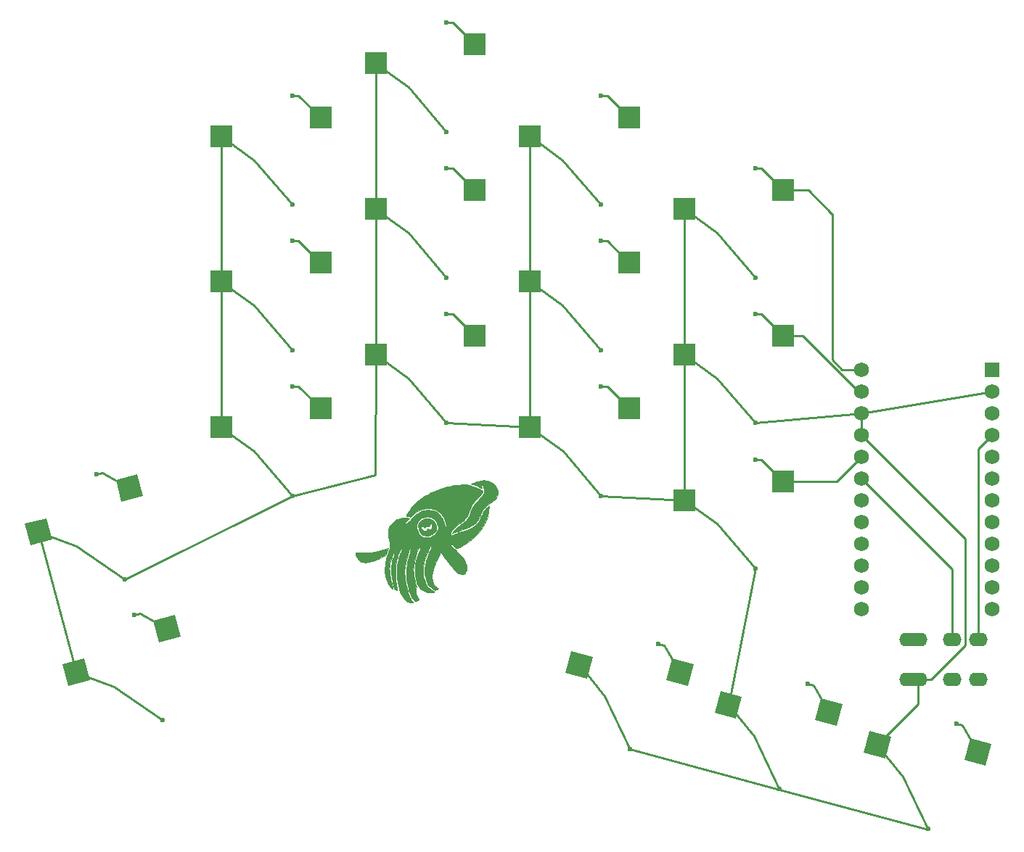
<source format=gbr>
%TF.GenerationSoftware,KiCad,Pcbnew,(5.1.9)-1*%
%TF.CreationDate,2021-04-26T15:19:46+02:00*%
%TF.ProjectId,sepia,73657069-612e-46b6-9963-61645f706362,VERSION_HERE*%
%TF.SameCoordinates,Original*%
%TF.FileFunction,Copper,L1,Top*%
%TF.FilePolarity,Positive*%
%FSLAX46Y46*%
G04 Gerber Fmt 4.6, Leading zero omitted, Abs format (unit mm)*
G04 Created by KiCad (PCBNEW (5.1.9)-1) date 2021-04-26 15:19:46*
%MOMM*%
%LPD*%
G01*
G04 APERTURE LIST*
%TA.AperFunction,EtchedComponent*%
%ADD10C,0.010000*%
%TD*%
%TA.AperFunction,ComponentPad*%
%ADD11O,2.200000X1.600000*%
%TD*%
%TA.AperFunction,ComponentPad*%
%ADD12R,1.752600X1.752600*%
%TD*%
%TA.AperFunction,ComponentPad*%
%ADD13C,1.752600*%
%TD*%
%TA.AperFunction,SMDPad,CuDef*%
%ADD14C,0.150000*%
%TD*%
%TA.AperFunction,ComponentPad*%
%ADD15C,0.600000*%
%TD*%
%TA.AperFunction,SMDPad,CuDef*%
%ADD16R,2.600000X2.600000*%
%TD*%
%TA.AperFunction,Conductor*%
%ADD17C,0.250000*%
%TD*%
G04 APERTURE END LIST*
D10*
%TO.C,G\u002A\u002A\u002A*%
G36*
X80876474Y-78585028D02*
G01*
X81154601Y-78520440D01*
X81425493Y-78465153D01*
X81674687Y-78422588D01*
X81829667Y-78402054D01*
X82005642Y-78384637D01*
X82201633Y-78368996D01*
X82406869Y-78355648D01*
X82610579Y-78345112D01*
X82801992Y-78337905D01*
X82970337Y-78334543D01*
X83104843Y-78335544D01*
X83160521Y-78338144D01*
X83313518Y-78358923D01*
X83500859Y-78400389D01*
X83712290Y-78458913D01*
X83937555Y-78530865D01*
X84166395Y-78612616D01*
X84388557Y-78700536D01*
X84593782Y-78790995D01*
X84771815Y-78880366D01*
X84890267Y-78950257D01*
X84967357Y-79002180D01*
X85010292Y-79039373D01*
X85028215Y-79073671D01*
X85030268Y-79116910D01*
X85029386Y-79130344D01*
X85009068Y-79218721D01*
X84958590Y-79322897D01*
X84875609Y-79446179D01*
X84757784Y-79591872D01*
X84602773Y-79763282D01*
X84518851Y-79851146D01*
X84334222Y-80043019D01*
X84181032Y-80206206D01*
X84054498Y-80347640D01*
X83949837Y-80474254D01*
X83862264Y-80592980D01*
X83786999Y-80710752D01*
X83719258Y-80834503D01*
X83654259Y-80971163D01*
X83587218Y-81127669D01*
X83515522Y-81305477D01*
X83456650Y-81453755D01*
X83399151Y-81598308D01*
X83347793Y-81727164D01*
X83307347Y-81828347D01*
X83289535Y-81872698D01*
X83240149Y-81985073D01*
X83184500Y-82088219D01*
X83117893Y-82187084D01*
X83035630Y-82286617D01*
X82933018Y-82391768D01*
X82805358Y-82507484D01*
X82647958Y-82638712D01*
X82456121Y-82790402D01*
X82317148Y-82897417D01*
X82078191Y-83083668D01*
X81878921Y-83247336D01*
X81715615Y-83392222D01*
X81584546Y-83522124D01*
X81481992Y-83640843D01*
X81404230Y-83752180D01*
X81347531Y-83859933D01*
X81328798Y-83905851D01*
X81291572Y-84020356D01*
X81280703Y-84102114D01*
X81296299Y-84161871D01*
X81331792Y-84204605D01*
X81370550Y-84231627D01*
X81414952Y-84239063D01*
X81481971Y-84227906D01*
X81527696Y-84216094D01*
X81616322Y-84187894D01*
X81730804Y-84145759D01*
X81850972Y-84097247D01*
X81891572Y-84079751D01*
X81981753Y-84042690D01*
X82109751Y-83993657D01*
X82265097Y-83936479D01*
X82437329Y-83874980D01*
X82615976Y-83812984D01*
X82693921Y-83786533D01*
X82973683Y-83690690D01*
X83211016Y-83605256D01*
X83412444Y-83527068D01*
X83584495Y-83452967D01*
X83733691Y-83379789D01*
X83866559Y-83304372D01*
X83989624Y-83223555D01*
X84109410Y-83134177D01*
X84210635Y-83051545D01*
X84363567Y-82914161D01*
X84492408Y-82777078D01*
X84604079Y-82630168D01*
X84705501Y-82463301D01*
X84803596Y-82266349D01*
X84899417Y-82043605D01*
X85027340Y-81746714D01*
X85148577Y-81499395D01*
X85262989Y-81301907D01*
X85351738Y-81177186D01*
X85399897Y-81124441D01*
X85467887Y-81059059D01*
X85546105Y-80989149D01*
X85624948Y-80922818D01*
X85694813Y-80868173D01*
X85746097Y-80833320D01*
X85768320Y-80825508D01*
X85772954Y-80854208D01*
X85770170Y-80924761D01*
X85761084Y-81028945D01*
X85746808Y-81158533D01*
X85728460Y-81305303D01*
X85707153Y-81461029D01*
X85684002Y-81617488D01*
X85660121Y-81766455D01*
X85636625Y-81899705D01*
X85614631Y-82009016D01*
X85599418Y-82071692D01*
X85538574Y-82257743D01*
X85452475Y-82471975D01*
X85347172Y-82702564D01*
X85228717Y-82937687D01*
X85103163Y-83165519D01*
X84976563Y-83374237D01*
X84854968Y-83552015D01*
X84814652Y-83604817D01*
X84602366Y-83857652D01*
X84359707Y-84119903D01*
X84096353Y-84382566D01*
X83821981Y-84636636D01*
X83546265Y-84873108D01*
X83278885Y-85082977D01*
X83061517Y-85236290D01*
X82980151Y-85287188D01*
X82870770Y-85351434D01*
X82741969Y-85424409D01*
X82602340Y-85501492D01*
X82460477Y-85578065D01*
X82324977Y-85649510D01*
X82204430Y-85711207D01*
X82107433Y-85758536D01*
X82042579Y-85786878D01*
X82028112Y-85791721D01*
X81997810Y-85778821D01*
X81938133Y-85737063D01*
X81856742Y-85672352D01*
X81761304Y-85590599D01*
X81724350Y-85557561D01*
X81613834Y-85459179D01*
X81533012Y-85391694D01*
X81475237Y-85350513D01*
X81433859Y-85331045D01*
X81402225Y-85328693D01*
X81395184Y-85330209D01*
X81347348Y-85357740D01*
X81330869Y-85387725D01*
X81347663Y-85418226D01*
X81398894Y-85479614D01*
X81481440Y-85568569D01*
X81592180Y-85681773D01*
X81727994Y-85815906D01*
X81790079Y-85876062D01*
X82076730Y-86159276D01*
X82328008Y-86421960D01*
X82542284Y-86662271D01*
X82717931Y-86878369D01*
X82853321Y-87068413D01*
X82875353Y-87103020D01*
X82928647Y-87191722D01*
X82970223Y-87270916D01*
X83005335Y-87353718D01*
X83039235Y-87453240D01*
X83077180Y-87582596D01*
X83098903Y-87661076D01*
X83137834Y-87806410D01*
X83163964Y-87914770D01*
X83179079Y-87997840D01*
X83184969Y-88067306D01*
X83183421Y-88134853D01*
X83179083Y-88185130D01*
X83152335Y-88324615D01*
X83103931Y-88464563D01*
X83041015Y-88588276D01*
X82970733Y-88679057D01*
X82965727Y-88683742D01*
X82881246Y-88736136D01*
X82766402Y-88775949D01*
X82641010Y-88798539D01*
X82524882Y-88799265D01*
X82493771Y-88794305D01*
X82368557Y-88757142D01*
X82239332Y-88696989D01*
X82103909Y-88611617D01*
X81960102Y-88498800D01*
X81805726Y-88356313D01*
X81638593Y-88181928D01*
X81456516Y-87973419D01*
X81257313Y-87728560D01*
X81038794Y-87445124D01*
X80798774Y-87120885D01*
X80654483Y-86921113D01*
X80523103Y-86738176D01*
X80417713Y-86592603D01*
X80334922Y-86480311D01*
X80271340Y-86397222D01*
X80223573Y-86339255D01*
X80188234Y-86302334D01*
X80161930Y-86282376D01*
X80141270Y-86275302D01*
X80122863Y-86277033D01*
X80119816Y-86277880D01*
X80094190Y-86305243D01*
X80052037Y-86373643D01*
X79996076Y-86477102D01*
X79929019Y-86609641D01*
X79853584Y-86765281D01*
X79772485Y-86938047D01*
X79688440Y-87121957D01*
X79604163Y-87311035D01*
X79522370Y-87499303D01*
X79445776Y-87680782D01*
X79377099Y-87849493D01*
X79319052Y-87999461D01*
X79274352Y-88124704D01*
X79258642Y-88173604D01*
X79166427Y-88548439D01*
X79122864Y-88910514D01*
X79127886Y-89261455D01*
X79181428Y-89602887D01*
X79196972Y-89666400D01*
X79237027Y-89812759D01*
X79275144Y-89921047D01*
X79319723Y-90002934D01*
X79379161Y-90070085D01*
X79461858Y-90134168D01*
X79576211Y-90206851D01*
X79593613Y-90217402D01*
X79720900Y-90303346D01*
X79799196Y-90378647D01*
X79828775Y-90445043D01*
X79809917Y-90504267D01*
X79742897Y-90558056D01*
X79654415Y-90598483D01*
X79511240Y-90652977D01*
X79189018Y-90460744D01*
X79028587Y-90361155D01*
X78897099Y-90268119D01*
X78789548Y-90174205D01*
X78700927Y-90071986D01*
X78626230Y-89954034D01*
X78560449Y-89812920D01*
X78498579Y-89641214D01*
X78435613Y-89431491D01*
X78394617Y-89282047D01*
X78330331Y-89021251D01*
X78286920Y-88787944D01*
X78264190Y-88569530D01*
X78261952Y-88353410D01*
X78280012Y-88126989D01*
X78318181Y-87877669D01*
X78369427Y-87623933D01*
X78415609Y-87425569D01*
X78467266Y-87231144D01*
X78527321Y-87031767D01*
X78598690Y-86818544D01*
X78684295Y-86582585D01*
X78787056Y-86314999D01*
X78858368Y-86135052D01*
X78931638Y-85948969D01*
X78985592Y-85804853D01*
X79021643Y-85698296D01*
X79041207Y-85624885D01*
X79045699Y-85580211D01*
X79041350Y-85564714D01*
X78998996Y-85532073D01*
X78947766Y-85545244D01*
X78892885Y-85601238D01*
X78850227Y-85674107D01*
X78821100Y-85738073D01*
X78777490Y-85839074D01*
X78723680Y-85966938D01*
X78663955Y-86111493D01*
X78607610Y-86250131D01*
X78430794Y-86717649D01*
X78290556Y-87154327D01*
X78186598Y-87564267D01*
X78118622Y-87951570D01*
X78086332Y-88320342D01*
X78089429Y-88674683D01*
X78127620Y-89018696D01*
X78200604Y-89356484D01*
X78308087Y-89692149D01*
X78350552Y-89801851D01*
X78452361Y-90018720D01*
X78573201Y-90204159D01*
X78720865Y-90366656D01*
X78903147Y-90514700D01*
X79127841Y-90656775D01*
X79143983Y-90665939D01*
X79252077Y-90730122D01*
X79320220Y-90780262D01*
X79354769Y-90823198D01*
X79362082Y-90865771D01*
X79356021Y-90894049D01*
X79323655Y-90919121D01*
X79250362Y-90938196D01*
X79145758Y-90950445D01*
X79019456Y-90955031D01*
X78881064Y-90951122D01*
X78787032Y-90943404D01*
X78660972Y-90924336D01*
X78533054Y-90891811D01*
X78393170Y-90842237D01*
X78231210Y-90772026D01*
X78037062Y-90677585D01*
X78033442Y-90675759D01*
X77917548Y-90613547D01*
X77829127Y-90554412D01*
X77750197Y-90484153D01*
X77662777Y-90388574D01*
X77648044Y-90371438D01*
X77565933Y-90272075D01*
X77508782Y-90191332D01*
X77466200Y-90111345D01*
X77427795Y-90014251D01*
X77409469Y-89961288D01*
X77362331Y-89806161D01*
X77313455Y-89618000D01*
X77265512Y-89409923D01*
X77221178Y-89195049D01*
X77183124Y-88986497D01*
X77154024Y-88797386D01*
X77136552Y-88640833D01*
X77134530Y-88612014D01*
X77131275Y-88167272D01*
X77173163Y-87706542D01*
X77259149Y-87234989D01*
X77388189Y-86757779D01*
X77559237Y-86280074D01*
X77649173Y-86067365D01*
X77714669Y-85912249D01*
X77755320Y-85796925D01*
X77771906Y-85717325D01*
X77765211Y-85669377D01*
X77736015Y-85649014D01*
X77729726Y-85648086D01*
X77677829Y-85659861D01*
X77624539Y-85708938D01*
X77565880Y-85799858D01*
X77522372Y-85884828D01*
X77364780Y-86238990D01*
X77236759Y-86588527D01*
X77132426Y-86951469D01*
X77046312Y-87343676D01*
X76988521Y-87688814D01*
X76953130Y-88012438D01*
X76940663Y-88324695D01*
X76951645Y-88635735D01*
X76986600Y-88955700D01*
X77046054Y-89294739D01*
X77130533Y-89662997D01*
X77175166Y-89834661D01*
X77292144Y-90271310D01*
X77242375Y-90474550D01*
X77207082Y-90705451D01*
X77209885Y-90856736D01*
X77219178Y-90936151D01*
X77232745Y-91004095D01*
X77254995Y-91073188D01*
X77290341Y-91156043D01*
X77343194Y-91265277D01*
X77374616Y-91327888D01*
X77445436Y-91470004D01*
X77494996Y-91575434D01*
X77525953Y-91652305D01*
X77540970Y-91708743D01*
X77542707Y-91752877D01*
X77533824Y-91792836D01*
X77530210Y-91803249D01*
X77508484Y-91843296D01*
X77469684Y-91870793D01*
X77399640Y-91894366D01*
X77366290Y-91902993D01*
X77250689Y-91929173D01*
X77168565Y-91936270D01*
X77104758Y-91919863D01*
X77044105Y-91875532D01*
X76971449Y-91798857D01*
X76958369Y-91784056D01*
X76837718Y-91628566D01*
X76727119Y-91445868D01*
X76624266Y-91230822D01*
X76526858Y-90978285D01*
X76432593Y-90683117D01*
X76377698Y-90487562D01*
X76281594Y-90107428D01*
X76205901Y-89752475D01*
X76150810Y-89415695D01*
X76116517Y-89090081D01*
X76103212Y-88768623D01*
X76111091Y-88444313D01*
X76140347Y-88110143D01*
X76191173Y-87759105D01*
X76263762Y-87384189D01*
X76358308Y-86978389D01*
X76475005Y-86534696D01*
X76488091Y-86487284D01*
X76534550Y-86314711D01*
X76573590Y-86159999D01*
X76603673Y-86029984D01*
X76623262Y-85931512D01*
X76630820Y-85871422D01*
X76629533Y-85857725D01*
X76592860Y-85821882D01*
X76540894Y-85821865D01*
X76491819Y-85855290D01*
X76476949Y-85877729D01*
X76453840Y-85935635D01*
X76421143Y-86035315D01*
X76380910Y-86169092D01*
X76335191Y-86329288D01*
X76286035Y-86508229D01*
X76235493Y-86698238D01*
X76185616Y-86891640D01*
X76138453Y-87080756D01*
X76096054Y-87257914D01*
X76060469Y-87415433D01*
X76039772Y-87514623D01*
X75970433Y-87921025D01*
X75929615Y-88306719D01*
X75916742Y-88687970D01*
X75931230Y-89081043D01*
X75969700Y-89479305D01*
X75988080Y-89591931D01*
X76021289Y-89750391D01*
X76068722Y-89952117D01*
X76129775Y-90194543D01*
X76203845Y-90475102D01*
X76205464Y-90481120D01*
X76277634Y-90744885D01*
X76341105Y-90965587D01*
X76398481Y-91149688D01*
X76452364Y-91303650D01*
X76505357Y-91433937D01*
X76560063Y-91547013D01*
X76619085Y-91649338D01*
X76685024Y-91747379D01*
X76750787Y-91835169D01*
X76824689Y-91933950D01*
X76866646Y-92002226D01*
X76878636Y-92047312D01*
X76862635Y-92076521D01*
X76821494Y-92096860D01*
X76755975Y-92108107D01*
X76664565Y-92110163D01*
X76600387Y-92105852D01*
X76436689Y-92065599D01*
X76264451Y-91982075D01*
X76091538Y-91860089D01*
X75925816Y-91704446D01*
X75903152Y-91679705D01*
X75789791Y-91548398D01*
X75693296Y-91423020D01*
X75610070Y-91295941D01*
X75536518Y-91159532D01*
X75469048Y-91006164D01*
X75404064Y-90828207D01*
X75337970Y-90618030D01*
X75267172Y-90368006D01*
X75242992Y-90278542D01*
X75178063Y-90029114D01*
X75127453Y-89815004D01*
X75089287Y-89623374D01*
X75061695Y-89441393D01*
X75042803Y-89256224D01*
X75030737Y-89055034D01*
X75023626Y-88824988D01*
X75022509Y-88767441D01*
X75025935Y-88306515D01*
X75054826Y-87879402D01*
X75111355Y-87474769D01*
X75197700Y-87081281D01*
X75316036Y-86687604D01*
X75468537Y-86282404D01*
X75525444Y-86147214D01*
X75578227Y-86019832D01*
X75609814Y-85930032D01*
X75622299Y-85870244D01*
X75617768Y-85832901D01*
X75614158Y-85826084D01*
X75576463Y-85795471D01*
X75521220Y-85804745D01*
X75478246Y-85843034D01*
X75425391Y-85924077D01*
X75365113Y-86041348D01*
X75299870Y-86188323D01*
X75232119Y-86358474D01*
X75164320Y-86545278D01*
X75098929Y-86742207D01*
X75038405Y-86942739D01*
X74985206Y-87140347D01*
X74941790Y-87328506D01*
X74935390Y-87359931D01*
X74874828Y-87748848D01*
X74840025Y-88168843D01*
X74830694Y-88607376D01*
X74846544Y-89051910D01*
X74887285Y-89489910D01*
X74952629Y-89908839D01*
X74999330Y-90128188D01*
X75036293Y-90286507D01*
X75062103Y-90403029D01*
X75077720Y-90485291D01*
X75084097Y-90540833D01*
X75082195Y-90577193D01*
X75072971Y-90601910D01*
X75061497Y-90617728D01*
X75022291Y-90657173D01*
X74985726Y-90667950D01*
X74940022Y-90647698D01*
X74873403Y-90594056D01*
X74852978Y-90575937D01*
X74736703Y-90471938D01*
X74569325Y-89738627D01*
X74524739Y-89540381D01*
X74482490Y-89347048D01*
X74444385Y-89167335D01*
X74412235Y-89009945D01*
X74387851Y-88883585D01*
X74373042Y-88796960D01*
X74372019Y-88789821D01*
X74347907Y-88564846D01*
X74339660Y-88341996D01*
X74348199Y-88113828D01*
X74374449Y-87872903D01*
X74419332Y-87611778D01*
X74483771Y-87323012D01*
X74568689Y-86999164D01*
X74613896Y-86839774D01*
X74664803Y-86661779D01*
X74701883Y-86526095D01*
X74726257Y-86426485D01*
X74739048Y-86356709D01*
X74741374Y-86310529D01*
X74734358Y-86281705D01*
X74719119Y-86263999D01*
X74717544Y-86262852D01*
X74682870Y-86244802D01*
X74650771Y-86245081D01*
X74619446Y-86267645D01*
X74587102Y-86316451D01*
X74551940Y-86395455D01*
X74512164Y-86508617D01*
X74465977Y-86659890D01*
X74411583Y-86853235D01*
X74356249Y-87058510D01*
X74288220Y-87323900D01*
X74233700Y-87563361D01*
X74192834Y-87784014D01*
X74165761Y-87992979D01*
X74152628Y-88197377D01*
X74153575Y-88404328D01*
X74168747Y-88620953D01*
X74198286Y-88854372D01*
X74242335Y-89111706D01*
X74301038Y-89400074D01*
X74374537Y-89726599D01*
X74413131Y-89890636D01*
X74462604Y-90102695D01*
X74498982Y-90267672D01*
X74522629Y-90387472D01*
X74533908Y-90463998D01*
X74533180Y-90499155D01*
X74529626Y-90502061D01*
X74471970Y-90478287D01*
X74397127Y-90415231D01*
X74310016Y-90319348D01*
X74215555Y-90197095D01*
X74118667Y-90054925D01*
X74024266Y-89899295D01*
X73937276Y-89736660D01*
X73920904Y-89703246D01*
X73839941Y-89510117D01*
X73766538Y-89287674D01*
X73704804Y-89052418D01*
X73658842Y-88820850D01*
X73632758Y-88609471D01*
X73628674Y-88528819D01*
X73630833Y-88162676D01*
X73655795Y-87810568D01*
X73705476Y-87460704D01*
X73781788Y-87101292D01*
X73886647Y-86720543D01*
X73959555Y-86490564D01*
X74013952Y-86325407D01*
X74066067Y-86166454D01*
X74112662Y-86023636D01*
X74150500Y-85906883D01*
X74176343Y-85826124D01*
X74180271Y-85813615D01*
X74207801Y-85709721D01*
X74223810Y-85604923D01*
X74227805Y-85491126D01*
X74219295Y-85360235D01*
X74197786Y-85204152D01*
X74162786Y-85014783D01*
X74119083Y-84808009D01*
X74070301Y-84579906D01*
X74063169Y-84543119D01*
X77410408Y-83646230D01*
X77467632Y-83823046D01*
X77511810Y-83926287D01*
X77629062Y-84114845D01*
X77779018Y-84268256D01*
X77956455Y-84385163D01*
X78156146Y-84464211D01*
X78372867Y-84504044D01*
X78601392Y-84503306D01*
X78836496Y-84460642D01*
X79072953Y-84374697D01*
X79131338Y-84346457D01*
X79322658Y-84228650D01*
X79496786Y-84082169D01*
X79640467Y-83919062D01*
X79700028Y-83829509D01*
X79788442Y-83645766D01*
X79833628Y-83463748D01*
X79835906Y-83275397D01*
X79795598Y-83072654D01*
X79736983Y-82904737D01*
X79620951Y-82666954D01*
X79480825Y-82472594D01*
X79314063Y-82319075D01*
X79118120Y-82203817D01*
X78999680Y-82156715D01*
X78841421Y-82107773D01*
X78707440Y-82080920D01*
X78580979Y-82075792D01*
X78445279Y-82092025D01*
X78283586Y-82129256D01*
X78242667Y-82140281D01*
X78110932Y-82178024D01*
X78014346Y-82210864D01*
X77938499Y-82245049D01*
X77868978Y-82286825D01*
X77812467Y-82326791D01*
X77642839Y-82472973D01*
X77504125Y-82636441D01*
X77402845Y-82808209D01*
X77348083Y-82966973D01*
X77333892Y-83104546D01*
X77341145Y-83272960D01*
X77367448Y-83458194D01*
X77410408Y-83646230D01*
X74063169Y-84543119D01*
X74033933Y-84392289D01*
X74009506Y-84236505D01*
X73996540Y-84103904D01*
X73994555Y-83985832D01*
X74003076Y-83873641D01*
X74021624Y-83758677D01*
X74049720Y-83632291D01*
X74053319Y-83617543D01*
X74127779Y-83373521D01*
X74226626Y-83160508D01*
X74357162Y-82966617D01*
X74526687Y-82779965D01*
X74622707Y-82690649D01*
X74772175Y-82564971D01*
X74911190Y-82466609D01*
X75051586Y-82390249D01*
X75205199Y-82330575D01*
X75383863Y-82282271D01*
X75599414Y-82240021D01*
X75641983Y-82232824D01*
X75783101Y-82210128D01*
X75888712Y-82196326D01*
X75973310Y-82191329D01*
X76051386Y-82195049D01*
X76137433Y-82207396D01*
X76245944Y-82228280D01*
X76249945Y-82229087D01*
X76514084Y-82282424D01*
X76427768Y-82394362D01*
X76339296Y-82497081D01*
X76244716Y-82577670D01*
X76125968Y-82650505D01*
X76068951Y-82680041D01*
X75980312Y-82732891D01*
X75938270Y-82781843D01*
X75939463Y-82832213D01*
X75955368Y-82859791D01*
X75977850Y-82876660D01*
X76017045Y-82876830D01*
X76084642Y-82859080D01*
X76140430Y-82840451D01*
X76250792Y-82795665D01*
X76347355Y-82739420D01*
X76439144Y-82663994D01*
X76535184Y-82561671D01*
X76644497Y-82424728D01*
X76676949Y-82381502D01*
X76853999Y-82162829D01*
X77039803Y-81974894D01*
X77244503Y-81809635D01*
X77478243Y-81658995D01*
X77751166Y-81514912D01*
X77792628Y-81495020D01*
X78043289Y-81390736D01*
X78282735Y-81324169D01*
X78523294Y-81293885D01*
X78777291Y-81298446D01*
X79057053Y-81336416D01*
X79094126Y-81343377D01*
X79311588Y-81395426D01*
X79498650Y-81464913D01*
X79666913Y-81558681D01*
X79827978Y-81683563D01*
X79993445Y-81846400D01*
X80046765Y-81904891D01*
X80152381Y-82026502D01*
X80236164Y-82133384D01*
X80303867Y-82236426D01*
X80361242Y-82346513D01*
X80414043Y-82474532D01*
X80468023Y-82631369D01*
X80521481Y-82803235D01*
X80569494Y-82961189D01*
X80605688Y-83076919D01*
X80632867Y-83156849D01*
X80653840Y-83207406D01*
X80671411Y-83235012D01*
X80688386Y-83246093D01*
X80707571Y-83247074D01*
X80714967Y-83246264D01*
X80751931Y-83231716D01*
X80772989Y-83195403D01*
X80777974Y-83131995D01*
X80766717Y-83036163D01*
X80739053Y-82902576D01*
X80699156Y-82742479D01*
X80652005Y-82571432D01*
X80609062Y-82438418D01*
X80566014Y-82331390D01*
X80518721Y-82238610D01*
X80401503Y-82054668D01*
X80260495Y-81870310D01*
X80104317Y-81694421D01*
X79941593Y-81535894D01*
X79780942Y-81403614D01*
X79630987Y-81306471D01*
X79598396Y-81289781D01*
X79494130Y-81249231D01*
X79353748Y-81208173D01*
X79191799Y-81169767D01*
X79022836Y-81137169D01*
X78861409Y-81113537D01*
X78735896Y-81102606D01*
X78536512Y-81101251D01*
X78348831Y-81118896D01*
X78161594Y-81158286D01*
X77963545Y-81222167D01*
X77743425Y-81313287D01*
X77602448Y-81379100D01*
X77333200Y-81522503D01*
X77093184Y-81681706D01*
X76865811Y-81868627D01*
X76700253Y-82027436D01*
X76617377Y-82111274D01*
X76360977Y-82059236D01*
X76104576Y-82007197D01*
X76173549Y-81858863D01*
X76239188Y-81731110D01*
X76328527Y-81576056D01*
X76433594Y-81406119D01*
X76546414Y-81233713D01*
X76659014Y-81071255D01*
X76763421Y-80931162D01*
X76793533Y-80893410D01*
X76907547Y-80764808D01*
X77054110Y-80616798D01*
X77223432Y-80458044D01*
X77405726Y-80297211D01*
X77591202Y-80142967D01*
X77770073Y-80003978D01*
X77914408Y-79901055D01*
X78257938Y-79684214D01*
X78643640Y-79468140D01*
X79063001Y-79257034D01*
X79507508Y-79055100D01*
X79968651Y-78866543D01*
X80143300Y-78800447D01*
X80356361Y-78728448D01*
X80605573Y-78655504D01*
X80876474Y-78585028D01*
G37*
X80876474Y-78585028D02*
X81154601Y-78520440D01*
X81425493Y-78465153D01*
X81674687Y-78422588D01*
X81829667Y-78402054D01*
X82005642Y-78384637D01*
X82201633Y-78368996D01*
X82406869Y-78355648D01*
X82610579Y-78345112D01*
X82801992Y-78337905D01*
X82970337Y-78334543D01*
X83104843Y-78335544D01*
X83160521Y-78338144D01*
X83313518Y-78358923D01*
X83500859Y-78400389D01*
X83712290Y-78458913D01*
X83937555Y-78530865D01*
X84166395Y-78612616D01*
X84388557Y-78700536D01*
X84593782Y-78790995D01*
X84771815Y-78880366D01*
X84890267Y-78950257D01*
X84967357Y-79002180D01*
X85010292Y-79039373D01*
X85028215Y-79073671D01*
X85030268Y-79116910D01*
X85029386Y-79130344D01*
X85009068Y-79218721D01*
X84958590Y-79322897D01*
X84875609Y-79446179D01*
X84757784Y-79591872D01*
X84602773Y-79763282D01*
X84518851Y-79851146D01*
X84334222Y-80043019D01*
X84181032Y-80206206D01*
X84054498Y-80347640D01*
X83949837Y-80474254D01*
X83862264Y-80592980D01*
X83786999Y-80710752D01*
X83719258Y-80834503D01*
X83654259Y-80971163D01*
X83587218Y-81127669D01*
X83515522Y-81305477D01*
X83456650Y-81453755D01*
X83399151Y-81598308D01*
X83347793Y-81727164D01*
X83307347Y-81828347D01*
X83289535Y-81872698D01*
X83240149Y-81985073D01*
X83184500Y-82088219D01*
X83117893Y-82187084D01*
X83035630Y-82286617D01*
X82933018Y-82391768D01*
X82805358Y-82507484D01*
X82647958Y-82638712D01*
X82456121Y-82790402D01*
X82317148Y-82897417D01*
X82078191Y-83083668D01*
X81878921Y-83247336D01*
X81715615Y-83392222D01*
X81584546Y-83522124D01*
X81481992Y-83640843D01*
X81404230Y-83752180D01*
X81347531Y-83859933D01*
X81328798Y-83905851D01*
X81291572Y-84020356D01*
X81280703Y-84102114D01*
X81296299Y-84161871D01*
X81331792Y-84204605D01*
X81370550Y-84231627D01*
X81414952Y-84239063D01*
X81481971Y-84227906D01*
X81527696Y-84216094D01*
X81616322Y-84187894D01*
X81730804Y-84145759D01*
X81850972Y-84097247D01*
X81891572Y-84079751D01*
X81981753Y-84042690D01*
X82109751Y-83993657D01*
X82265097Y-83936479D01*
X82437329Y-83874980D01*
X82615976Y-83812984D01*
X82693921Y-83786533D01*
X82973683Y-83690690D01*
X83211016Y-83605256D01*
X83412444Y-83527068D01*
X83584495Y-83452967D01*
X83733691Y-83379789D01*
X83866559Y-83304372D01*
X83989624Y-83223555D01*
X84109410Y-83134177D01*
X84210635Y-83051545D01*
X84363567Y-82914161D01*
X84492408Y-82777078D01*
X84604079Y-82630168D01*
X84705501Y-82463301D01*
X84803596Y-82266349D01*
X84899417Y-82043605D01*
X85027340Y-81746714D01*
X85148577Y-81499395D01*
X85262989Y-81301907D01*
X85351738Y-81177186D01*
X85399897Y-81124441D01*
X85467887Y-81059059D01*
X85546105Y-80989149D01*
X85624948Y-80922818D01*
X85694813Y-80868173D01*
X85746097Y-80833320D01*
X85768320Y-80825508D01*
X85772954Y-80854208D01*
X85770170Y-80924761D01*
X85761084Y-81028945D01*
X85746808Y-81158533D01*
X85728460Y-81305303D01*
X85707153Y-81461029D01*
X85684002Y-81617488D01*
X85660121Y-81766455D01*
X85636625Y-81899705D01*
X85614631Y-82009016D01*
X85599418Y-82071692D01*
X85538574Y-82257743D01*
X85452475Y-82471975D01*
X85347172Y-82702564D01*
X85228717Y-82937687D01*
X85103163Y-83165519D01*
X84976563Y-83374237D01*
X84854968Y-83552015D01*
X84814652Y-83604817D01*
X84602366Y-83857652D01*
X84359707Y-84119903D01*
X84096353Y-84382566D01*
X83821981Y-84636636D01*
X83546265Y-84873108D01*
X83278885Y-85082977D01*
X83061517Y-85236290D01*
X82980151Y-85287188D01*
X82870770Y-85351434D01*
X82741969Y-85424409D01*
X82602340Y-85501492D01*
X82460477Y-85578065D01*
X82324977Y-85649510D01*
X82204430Y-85711207D01*
X82107433Y-85758536D01*
X82042579Y-85786878D01*
X82028112Y-85791721D01*
X81997810Y-85778821D01*
X81938133Y-85737063D01*
X81856742Y-85672352D01*
X81761304Y-85590599D01*
X81724350Y-85557561D01*
X81613834Y-85459179D01*
X81533012Y-85391694D01*
X81475237Y-85350513D01*
X81433859Y-85331045D01*
X81402225Y-85328693D01*
X81395184Y-85330209D01*
X81347348Y-85357740D01*
X81330869Y-85387725D01*
X81347663Y-85418226D01*
X81398894Y-85479614D01*
X81481440Y-85568569D01*
X81592180Y-85681773D01*
X81727994Y-85815906D01*
X81790079Y-85876062D01*
X82076730Y-86159276D01*
X82328008Y-86421960D01*
X82542284Y-86662271D01*
X82717931Y-86878369D01*
X82853321Y-87068413D01*
X82875353Y-87103020D01*
X82928647Y-87191722D01*
X82970223Y-87270916D01*
X83005335Y-87353718D01*
X83039235Y-87453240D01*
X83077180Y-87582596D01*
X83098903Y-87661076D01*
X83137834Y-87806410D01*
X83163964Y-87914770D01*
X83179079Y-87997840D01*
X83184969Y-88067306D01*
X83183421Y-88134853D01*
X83179083Y-88185130D01*
X83152335Y-88324615D01*
X83103931Y-88464563D01*
X83041015Y-88588276D01*
X82970733Y-88679057D01*
X82965727Y-88683742D01*
X82881246Y-88736136D01*
X82766402Y-88775949D01*
X82641010Y-88798539D01*
X82524882Y-88799265D01*
X82493771Y-88794305D01*
X82368557Y-88757142D01*
X82239332Y-88696989D01*
X82103909Y-88611617D01*
X81960102Y-88498800D01*
X81805726Y-88356313D01*
X81638593Y-88181928D01*
X81456516Y-87973419D01*
X81257313Y-87728560D01*
X81038794Y-87445124D01*
X80798774Y-87120885D01*
X80654483Y-86921113D01*
X80523103Y-86738176D01*
X80417713Y-86592603D01*
X80334922Y-86480311D01*
X80271340Y-86397222D01*
X80223573Y-86339255D01*
X80188234Y-86302334D01*
X80161930Y-86282376D01*
X80141270Y-86275302D01*
X80122863Y-86277033D01*
X80119816Y-86277880D01*
X80094190Y-86305243D01*
X80052037Y-86373643D01*
X79996076Y-86477102D01*
X79929019Y-86609641D01*
X79853584Y-86765281D01*
X79772485Y-86938047D01*
X79688440Y-87121957D01*
X79604163Y-87311035D01*
X79522370Y-87499303D01*
X79445776Y-87680782D01*
X79377099Y-87849493D01*
X79319052Y-87999461D01*
X79274352Y-88124704D01*
X79258642Y-88173604D01*
X79166427Y-88548439D01*
X79122864Y-88910514D01*
X79127886Y-89261455D01*
X79181428Y-89602887D01*
X79196972Y-89666400D01*
X79237027Y-89812759D01*
X79275144Y-89921047D01*
X79319723Y-90002934D01*
X79379161Y-90070085D01*
X79461858Y-90134168D01*
X79576211Y-90206851D01*
X79593613Y-90217402D01*
X79720900Y-90303346D01*
X79799196Y-90378647D01*
X79828775Y-90445043D01*
X79809917Y-90504267D01*
X79742897Y-90558056D01*
X79654415Y-90598483D01*
X79511240Y-90652977D01*
X79189018Y-90460744D01*
X79028587Y-90361155D01*
X78897099Y-90268119D01*
X78789548Y-90174205D01*
X78700927Y-90071986D01*
X78626230Y-89954034D01*
X78560449Y-89812920D01*
X78498579Y-89641214D01*
X78435613Y-89431491D01*
X78394617Y-89282047D01*
X78330331Y-89021251D01*
X78286920Y-88787944D01*
X78264190Y-88569530D01*
X78261952Y-88353410D01*
X78280012Y-88126989D01*
X78318181Y-87877669D01*
X78369427Y-87623933D01*
X78415609Y-87425569D01*
X78467266Y-87231144D01*
X78527321Y-87031767D01*
X78598690Y-86818544D01*
X78684295Y-86582585D01*
X78787056Y-86314999D01*
X78858368Y-86135052D01*
X78931638Y-85948969D01*
X78985592Y-85804853D01*
X79021643Y-85698296D01*
X79041207Y-85624885D01*
X79045699Y-85580211D01*
X79041350Y-85564714D01*
X78998996Y-85532073D01*
X78947766Y-85545244D01*
X78892885Y-85601238D01*
X78850227Y-85674107D01*
X78821100Y-85738073D01*
X78777490Y-85839074D01*
X78723680Y-85966938D01*
X78663955Y-86111493D01*
X78607610Y-86250131D01*
X78430794Y-86717649D01*
X78290556Y-87154327D01*
X78186598Y-87564267D01*
X78118622Y-87951570D01*
X78086332Y-88320342D01*
X78089429Y-88674683D01*
X78127620Y-89018696D01*
X78200604Y-89356484D01*
X78308087Y-89692149D01*
X78350552Y-89801851D01*
X78452361Y-90018720D01*
X78573201Y-90204159D01*
X78720865Y-90366656D01*
X78903147Y-90514700D01*
X79127841Y-90656775D01*
X79143983Y-90665939D01*
X79252077Y-90730122D01*
X79320220Y-90780262D01*
X79354769Y-90823198D01*
X79362082Y-90865771D01*
X79356021Y-90894049D01*
X79323655Y-90919121D01*
X79250362Y-90938196D01*
X79145758Y-90950445D01*
X79019456Y-90955031D01*
X78881064Y-90951122D01*
X78787032Y-90943404D01*
X78660972Y-90924336D01*
X78533054Y-90891811D01*
X78393170Y-90842237D01*
X78231210Y-90772026D01*
X78037062Y-90677585D01*
X78033442Y-90675759D01*
X77917548Y-90613547D01*
X77829127Y-90554412D01*
X77750197Y-90484153D01*
X77662777Y-90388574D01*
X77648044Y-90371438D01*
X77565933Y-90272075D01*
X77508782Y-90191332D01*
X77466200Y-90111345D01*
X77427795Y-90014251D01*
X77409469Y-89961288D01*
X77362331Y-89806161D01*
X77313455Y-89618000D01*
X77265512Y-89409923D01*
X77221178Y-89195049D01*
X77183124Y-88986497D01*
X77154024Y-88797386D01*
X77136552Y-88640833D01*
X77134530Y-88612014D01*
X77131275Y-88167272D01*
X77173163Y-87706542D01*
X77259149Y-87234989D01*
X77388189Y-86757779D01*
X77559237Y-86280074D01*
X77649173Y-86067365D01*
X77714669Y-85912249D01*
X77755320Y-85796925D01*
X77771906Y-85717325D01*
X77765211Y-85669377D01*
X77736015Y-85649014D01*
X77729726Y-85648086D01*
X77677829Y-85659861D01*
X77624539Y-85708938D01*
X77565880Y-85799858D01*
X77522372Y-85884828D01*
X77364780Y-86238990D01*
X77236759Y-86588527D01*
X77132426Y-86951469D01*
X77046312Y-87343676D01*
X76988521Y-87688814D01*
X76953130Y-88012438D01*
X76940663Y-88324695D01*
X76951645Y-88635735D01*
X76986600Y-88955700D01*
X77046054Y-89294739D01*
X77130533Y-89662997D01*
X77175166Y-89834661D01*
X77292144Y-90271310D01*
X77242375Y-90474550D01*
X77207082Y-90705451D01*
X77209885Y-90856736D01*
X77219178Y-90936151D01*
X77232745Y-91004095D01*
X77254995Y-91073188D01*
X77290341Y-91156043D01*
X77343194Y-91265277D01*
X77374616Y-91327888D01*
X77445436Y-91470004D01*
X77494996Y-91575434D01*
X77525953Y-91652305D01*
X77540970Y-91708743D01*
X77542707Y-91752877D01*
X77533824Y-91792836D01*
X77530210Y-91803249D01*
X77508484Y-91843296D01*
X77469684Y-91870793D01*
X77399640Y-91894366D01*
X77366290Y-91902993D01*
X77250689Y-91929173D01*
X77168565Y-91936270D01*
X77104758Y-91919863D01*
X77044105Y-91875532D01*
X76971449Y-91798857D01*
X76958369Y-91784056D01*
X76837718Y-91628566D01*
X76727119Y-91445868D01*
X76624266Y-91230822D01*
X76526858Y-90978285D01*
X76432593Y-90683117D01*
X76377698Y-90487562D01*
X76281594Y-90107428D01*
X76205901Y-89752475D01*
X76150810Y-89415695D01*
X76116517Y-89090081D01*
X76103212Y-88768623D01*
X76111091Y-88444313D01*
X76140347Y-88110143D01*
X76191173Y-87759105D01*
X76263762Y-87384189D01*
X76358308Y-86978389D01*
X76475005Y-86534696D01*
X76488091Y-86487284D01*
X76534550Y-86314711D01*
X76573590Y-86159999D01*
X76603673Y-86029984D01*
X76623262Y-85931512D01*
X76630820Y-85871422D01*
X76629533Y-85857725D01*
X76592860Y-85821882D01*
X76540894Y-85821865D01*
X76491819Y-85855290D01*
X76476949Y-85877729D01*
X76453840Y-85935635D01*
X76421143Y-86035315D01*
X76380910Y-86169092D01*
X76335191Y-86329288D01*
X76286035Y-86508229D01*
X76235493Y-86698238D01*
X76185616Y-86891640D01*
X76138453Y-87080756D01*
X76096054Y-87257914D01*
X76060469Y-87415433D01*
X76039772Y-87514623D01*
X75970433Y-87921025D01*
X75929615Y-88306719D01*
X75916742Y-88687970D01*
X75931230Y-89081043D01*
X75969700Y-89479305D01*
X75988080Y-89591931D01*
X76021289Y-89750391D01*
X76068722Y-89952117D01*
X76129775Y-90194543D01*
X76203845Y-90475102D01*
X76205464Y-90481120D01*
X76277634Y-90744885D01*
X76341105Y-90965587D01*
X76398481Y-91149688D01*
X76452364Y-91303650D01*
X76505357Y-91433937D01*
X76560063Y-91547013D01*
X76619085Y-91649338D01*
X76685024Y-91747379D01*
X76750787Y-91835169D01*
X76824689Y-91933950D01*
X76866646Y-92002226D01*
X76878636Y-92047312D01*
X76862635Y-92076521D01*
X76821494Y-92096860D01*
X76755975Y-92108107D01*
X76664565Y-92110163D01*
X76600387Y-92105852D01*
X76436689Y-92065599D01*
X76264451Y-91982075D01*
X76091538Y-91860089D01*
X75925816Y-91704446D01*
X75903152Y-91679705D01*
X75789791Y-91548398D01*
X75693296Y-91423020D01*
X75610070Y-91295941D01*
X75536518Y-91159532D01*
X75469048Y-91006164D01*
X75404064Y-90828207D01*
X75337970Y-90618030D01*
X75267172Y-90368006D01*
X75242992Y-90278542D01*
X75178063Y-90029114D01*
X75127453Y-89815004D01*
X75089287Y-89623374D01*
X75061695Y-89441393D01*
X75042803Y-89256224D01*
X75030737Y-89055034D01*
X75023626Y-88824988D01*
X75022509Y-88767441D01*
X75025935Y-88306515D01*
X75054826Y-87879402D01*
X75111355Y-87474769D01*
X75197700Y-87081281D01*
X75316036Y-86687604D01*
X75468537Y-86282404D01*
X75525444Y-86147214D01*
X75578227Y-86019832D01*
X75609814Y-85930032D01*
X75622299Y-85870244D01*
X75617768Y-85832901D01*
X75614158Y-85826084D01*
X75576463Y-85795471D01*
X75521220Y-85804745D01*
X75478246Y-85843034D01*
X75425391Y-85924077D01*
X75365113Y-86041348D01*
X75299870Y-86188323D01*
X75232119Y-86358474D01*
X75164320Y-86545278D01*
X75098929Y-86742207D01*
X75038405Y-86942739D01*
X74985206Y-87140347D01*
X74941790Y-87328506D01*
X74935390Y-87359931D01*
X74874828Y-87748848D01*
X74840025Y-88168843D01*
X74830694Y-88607376D01*
X74846544Y-89051910D01*
X74887285Y-89489910D01*
X74952629Y-89908839D01*
X74999330Y-90128188D01*
X75036293Y-90286507D01*
X75062103Y-90403029D01*
X75077720Y-90485291D01*
X75084097Y-90540833D01*
X75082195Y-90577193D01*
X75072971Y-90601910D01*
X75061497Y-90617728D01*
X75022291Y-90657173D01*
X74985726Y-90667950D01*
X74940022Y-90647698D01*
X74873403Y-90594056D01*
X74852978Y-90575937D01*
X74736703Y-90471938D01*
X74569325Y-89738627D01*
X74524739Y-89540381D01*
X74482490Y-89347048D01*
X74444385Y-89167335D01*
X74412235Y-89009945D01*
X74387851Y-88883585D01*
X74373042Y-88796960D01*
X74372019Y-88789821D01*
X74347907Y-88564846D01*
X74339660Y-88341996D01*
X74348199Y-88113828D01*
X74374449Y-87872903D01*
X74419332Y-87611778D01*
X74483771Y-87323012D01*
X74568689Y-86999164D01*
X74613896Y-86839774D01*
X74664803Y-86661779D01*
X74701883Y-86526095D01*
X74726257Y-86426485D01*
X74739048Y-86356709D01*
X74741374Y-86310529D01*
X74734358Y-86281705D01*
X74719119Y-86263999D01*
X74717544Y-86262852D01*
X74682870Y-86244802D01*
X74650771Y-86245081D01*
X74619446Y-86267645D01*
X74587102Y-86316451D01*
X74551940Y-86395455D01*
X74512164Y-86508617D01*
X74465977Y-86659890D01*
X74411583Y-86853235D01*
X74356249Y-87058510D01*
X74288220Y-87323900D01*
X74233700Y-87563361D01*
X74192834Y-87784014D01*
X74165761Y-87992979D01*
X74152628Y-88197377D01*
X74153575Y-88404328D01*
X74168747Y-88620953D01*
X74198286Y-88854372D01*
X74242335Y-89111706D01*
X74301038Y-89400074D01*
X74374537Y-89726599D01*
X74413131Y-89890636D01*
X74462604Y-90102695D01*
X74498982Y-90267672D01*
X74522629Y-90387472D01*
X74533908Y-90463998D01*
X74533180Y-90499155D01*
X74529626Y-90502061D01*
X74471970Y-90478287D01*
X74397127Y-90415231D01*
X74310016Y-90319348D01*
X74215555Y-90197095D01*
X74118667Y-90054925D01*
X74024266Y-89899295D01*
X73937276Y-89736660D01*
X73920904Y-89703246D01*
X73839941Y-89510117D01*
X73766538Y-89287674D01*
X73704804Y-89052418D01*
X73658842Y-88820850D01*
X73632758Y-88609471D01*
X73628674Y-88528819D01*
X73630833Y-88162676D01*
X73655795Y-87810568D01*
X73705476Y-87460704D01*
X73781788Y-87101292D01*
X73886647Y-86720543D01*
X73959555Y-86490564D01*
X74013952Y-86325407D01*
X74066067Y-86166454D01*
X74112662Y-86023636D01*
X74150500Y-85906883D01*
X74176343Y-85826124D01*
X74180271Y-85813615D01*
X74207801Y-85709721D01*
X74223810Y-85604923D01*
X74227805Y-85491126D01*
X74219295Y-85360235D01*
X74197786Y-85204152D01*
X74162786Y-85014783D01*
X74119083Y-84808009D01*
X74070301Y-84579906D01*
X74063169Y-84543119D01*
X77410408Y-83646230D01*
X77467632Y-83823046D01*
X77511810Y-83926287D01*
X77629062Y-84114845D01*
X77779018Y-84268256D01*
X77956455Y-84385163D01*
X78156146Y-84464211D01*
X78372867Y-84504044D01*
X78601392Y-84503306D01*
X78836496Y-84460642D01*
X79072953Y-84374697D01*
X79131338Y-84346457D01*
X79322658Y-84228650D01*
X79496786Y-84082169D01*
X79640467Y-83919062D01*
X79700028Y-83829509D01*
X79788442Y-83645766D01*
X79833628Y-83463748D01*
X79835906Y-83275397D01*
X79795598Y-83072654D01*
X79736983Y-82904737D01*
X79620951Y-82666954D01*
X79480825Y-82472594D01*
X79314063Y-82319075D01*
X79118120Y-82203817D01*
X78999680Y-82156715D01*
X78841421Y-82107773D01*
X78707440Y-82080920D01*
X78580979Y-82075792D01*
X78445279Y-82092025D01*
X78283586Y-82129256D01*
X78242667Y-82140281D01*
X78110932Y-82178024D01*
X78014346Y-82210864D01*
X77938499Y-82245049D01*
X77868978Y-82286825D01*
X77812467Y-82326791D01*
X77642839Y-82472973D01*
X77504125Y-82636441D01*
X77402845Y-82808209D01*
X77348083Y-82966973D01*
X77333892Y-83104546D01*
X77341145Y-83272960D01*
X77367448Y-83458194D01*
X77410408Y-83646230D01*
X74063169Y-84543119D01*
X74033933Y-84392289D01*
X74009506Y-84236505D01*
X73996540Y-84103904D01*
X73994555Y-83985832D01*
X74003076Y-83873641D01*
X74021624Y-83758677D01*
X74049720Y-83632291D01*
X74053319Y-83617543D01*
X74127779Y-83373521D01*
X74226626Y-83160508D01*
X74357162Y-82966617D01*
X74526687Y-82779965D01*
X74622707Y-82690649D01*
X74772175Y-82564971D01*
X74911190Y-82466609D01*
X75051586Y-82390249D01*
X75205199Y-82330575D01*
X75383863Y-82282271D01*
X75599414Y-82240021D01*
X75641983Y-82232824D01*
X75783101Y-82210128D01*
X75888712Y-82196326D01*
X75973310Y-82191329D01*
X76051386Y-82195049D01*
X76137433Y-82207396D01*
X76245944Y-82228280D01*
X76249945Y-82229087D01*
X76514084Y-82282424D01*
X76427768Y-82394362D01*
X76339296Y-82497081D01*
X76244716Y-82577670D01*
X76125968Y-82650505D01*
X76068951Y-82680041D01*
X75980312Y-82732891D01*
X75938270Y-82781843D01*
X75939463Y-82832213D01*
X75955368Y-82859791D01*
X75977850Y-82876660D01*
X76017045Y-82876830D01*
X76084642Y-82859080D01*
X76140430Y-82840451D01*
X76250792Y-82795665D01*
X76347355Y-82739420D01*
X76439144Y-82663994D01*
X76535184Y-82561671D01*
X76644497Y-82424728D01*
X76676949Y-82381502D01*
X76853999Y-82162829D01*
X77039803Y-81974894D01*
X77244503Y-81809635D01*
X77478243Y-81658995D01*
X77751166Y-81514912D01*
X77792628Y-81495020D01*
X78043289Y-81390736D01*
X78282735Y-81324169D01*
X78523294Y-81293885D01*
X78777291Y-81298446D01*
X79057053Y-81336416D01*
X79094126Y-81343377D01*
X79311588Y-81395426D01*
X79498650Y-81464913D01*
X79666913Y-81558681D01*
X79827978Y-81683563D01*
X79993445Y-81846400D01*
X80046765Y-81904891D01*
X80152381Y-82026502D01*
X80236164Y-82133384D01*
X80303867Y-82236426D01*
X80361242Y-82346513D01*
X80414043Y-82474532D01*
X80468023Y-82631369D01*
X80521481Y-82803235D01*
X80569494Y-82961189D01*
X80605688Y-83076919D01*
X80632867Y-83156849D01*
X80653840Y-83207406D01*
X80671411Y-83235012D01*
X80688386Y-83246093D01*
X80707571Y-83247074D01*
X80714967Y-83246264D01*
X80751931Y-83231716D01*
X80772989Y-83195403D01*
X80777974Y-83131995D01*
X80766717Y-83036163D01*
X80739053Y-82902576D01*
X80699156Y-82742479D01*
X80652005Y-82571432D01*
X80609062Y-82438418D01*
X80566014Y-82331390D01*
X80518721Y-82238610D01*
X80401503Y-82054668D01*
X80260495Y-81870310D01*
X80104317Y-81694421D01*
X79941593Y-81535894D01*
X79780942Y-81403614D01*
X79630987Y-81306471D01*
X79598396Y-81289781D01*
X79494130Y-81249231D01*
X79353748Y-81208173D01*
X79191799Y-81169767D01*
X79022836Y-81137169D01*
X78861409Y-81113537D01*
X78735896Y-81102606D01*
X78536512Y-81101251D01*
X78348831Y-81118896D01*
X78161594Y-81158286D01*
X77963545Y-81222167D01*
X77743425Y-81313287D01*
X77602448Y-81379100D01*
X77333200Y-81522503D01*
X77093184Y-81681706D01*
X76865811Y-81868627D01*
X76700253Y-82027436D01*
X76617377Y-82111274D01*
X76360977Y-82059236D01*
X76104576Y-82007197D01*
X76173549Y-81858863D01*
X76239188Y-81731110D01*
X76328527Y-81576056D01*
X76433594Y-81406119D01*
X76546414Y-81233713D01*
X76659014Y-81071255D01*
X76763421Y-80931162D01*
X76793533Y-80893410D01*
X76907547Y-80764808D01*
X77054110Y-80616798D01*
X77223432Y-80458044D01*
X77405726Y-80297211D01*
X77591202Y-80142967D01*
X77770073Y-80003978D01*
X77914408Y-79901055D01*
X78257938Y-79684214D01*
X78643640Y-79468140D01*
X79063001Y-79257034D01*
X79507508Y-79055100D01*
X79968651Y-78866543D01*
X80143300Y-78800447D01*
X80356361Y-78728448D01*
X80605573Y-78655504D01*
X80876474Y-78585028D01*
G36*
X70224805Y-86305119D02*
G01*
X70301286Y-86302851D01*
X70409407Y-86301316D01*
X70539587Y-86300677D01*
X70614925Y-86300759D01*
X70922533Y-86301206D01*
X71187294Y-86299853D01*
X71417157Y-86295793D01*
X71620066Y-86288122D01*
X71803966Y-86275932D01*
X71976805Y-86258318D01*
X72146528Y-86234374D01*
X72321082Y-86203194D01*
X72508413Y-86163872D01*
X72716466Y-86115502D01*
X72953189Y-86057178D01*
X73119529Y-86015191D01*
X73985984Y-85795359D01*
X73866196Y-86152061D01*
X73746407Y-86508763D01*
X73496506Y-86655640D01*
X73246812Y-86798883D01*
X73025452Y-86917101D01*
X72819986Y-87015574D01*
X72617980Y-87099585D01*
X72406998Y-87174417D01*
X72174601Y-87245349D01*
X71985514Y-87297376D01*
X71805573Y-87344196D01*
X71664494Y-87378145D01*
X71552520Y-87401079D01*
X71459893Y-87414849D01*
X71376856Y-87421310D01*
X71327196Y-87422452D01*
X71097460Y-87407556D01*
X70898629Y-87357853D01*
X70725147Y-87269967D01*
X70571463Y-87140517D01*
X70432023Y-86966123D01*
X70345170Y-86824894D01*
X70292113Y-86720196D01*
X70245661Y-86609686D01*
X70208825Y-86503364D01*
X70184616Y-86411225D01*
X70176043Y-86343268D01*
X70186115Y-86309492D01*
X70189544Y-86307958D01*
X70224805Y-86305119D01*
G37*
X70224805Y-86305119D02*
X70301286Y-86302851D01*
X70409407Y-86301316D01*
X70539587Y-86300677D01*
X70614925Y-86300759D01*
X70922533Y-86301206D01*
X71187294Y-86299853D01*
X71417157Y-86295793D01*
X71620066Y-86288122D01*
X71803966Y-86275932D01*
X71976805Y-86258318D01*
X72146528Y-86234374D01*
X72321082Y-86203194D01*
X72508413Y-86163872D01*
X72716466Y-86115502D01*
X72953189Y-86057178D01*
X73119529Y-86015191D01*
X73985984Y-85795359D01*
X73866196Y-86152061D01*
X73746407Y-86508763D01*
X73496506Y-86655640D01*
X73246812Y-86798883D01*
X73025452Y-86917101D01*
X72819986Y-87015574D01*
X72617980Y-87099585D01*
X72406998Y-87174417D01*
X72174601Y-87245349D01*
X71985514Y-87297376D01*
X71805573Y-87344196D01*
X71664494Y-87378145D01*
X71552520Y-87401079D01*
X71459893Y-87414849D01*
X71376856Y-87421310D01*
X71327196Y-87422452D01*
X71097460Y-87407556D01*
X70898629Y-87357853D01*
X70725147Y-87269967D01*
X70571463Y-87140517D01*
X70432023Y-86966123D01*
X70345170Y-86824894D01*
X70292113Y-86720196D01*
X70245661Y-86609686D01*
X70208825Y-86503364D01*
X70184616Y-86411225D01*
X70176043Y-86343268D01*
X70186115Y-86309492D01*
X70189544Y-86307958D01*
X70224805Y-86305119D01*
G36*
X84775439Y-77895436D02*
G01*
X84955244Y-77858966D01*
X85105339Y-77838068D01*
X85174871Y-77834162D01*
X85473337Y-77851940D01*
X85746419Y-77912506D01*
X85997795Y-78017517D01*
X86231149Y-78168622D01*
X86450161Y-78367478D01*
X86511976Y-78434832D01*
X86673221Y-78617316D01*
X86749140Y-78900650D01*
X86781546Y-79024122D01*
X86801482Y-79113392D01*
X86809979Y-79183234D01*
X86808070Y-79248418D01*
X86796786Y-79323717D01*
X86783482Y-79392260D01*
X86726714Y-79618059D01*
X86653176Y-79804017D01*
X86559013Y-79959427D01*
X86535099Y-79990498D01*
X86441784Y-80090813D01*
X86311291Y-80207758D01*
X86151702Y-80334892D01*
X85971095Y-80465769D01*
X85781357Y-80591541D01*
X85573641Y-80730557D01*
X85404883Y-80861953D01*
X85265966Y-80994520D01*
X85147773Y-81137049D01*
X85041187Y-81298332D01*
X85031598Y-81314499D01*
X84963181Y-81439563D01*
X84886835Y-81593199D01*
X84811761Y-81756155D01*
X84747160Y-81909176D01*
X84745692Y-81912875D01*
X84640055Y-82161283D01*
X84534550Y-82368677D01*
X84423092Y-82544463D01*
X84299594Y-82698041D01*
X84157974Y-82838820D01*
X84131340Y-82862435D01*
X83992889Y-82978269D01*
X83857566Y-83079395D01*
X83717851Y-83169611D01*
X83566233Y-83252714D01*
X83395195Y-83332502D01*
X83197220Y-83412771D01*
X82964794Y-83497321D01*
X82693560Y-83588908D01*
X82389372Y-83692741D01*
X82091452Y-83801602D01*
X81814268Y-83910030D01*
X81574495Y-84011577D01*
X81516792Y-84035229D01*
X81493788Y-84034501D01*
X81494369Y-84006955D01*
X81497125Y-83994615D01*
X81532004Y-83904805D01*
X81598890Y-83801194D01*
X81699742Y-83681822D01*
X81836521Y-83544730D01*
X82011186Y-83387960D01*
X82225700Y-83209552D01*
X82482021Y-83007546D01*
X82494125Y-82998212D01*
X82686959Y-82848593D01*
X82843776Y-82724032D01*
X82969641Y-82619711D01*
X83069623Y-82530812D01*
X83148789Y-82452517D01*
X83212205Y-82380004D01*
X83264940Y-82308459D01*
X83312060Y-82233060D01*
X83327872Y-82205389D01*
X83365206Y-82137739D01*
X83398949Y-82073223D01*
X83432242Y-82004647D01*
X83468227Y-81924815D01*
X83510044Y-81826532D01*
X83560837Y-81702603D01*
X83623746Y-81545833D01*
X83701913Y-81349028D01*
X83703152Y-81345901D01*
X83774248Y-81170704D01*
X83840286Y-81020517D01*
X83906349Y-80888019D01*
X83977519Y-80765889D01*
X84058879Y-80646810D01*
X84155511Y-80523461D01*
X84272499Y-80388522D01*
X84414925Y-80234674D01*
X84587871Y-80054598D01*
X84629645Y-80011632D01*
X84782622Y-79853057D01*
X84903414Y-79723440D01*
X84996429Y-79616506D01*
X85066078Y-79525979D01*
X85116770Y-79445586D01*
X85152915Y-79369048D01*
X85178922Y-79290092D01*
X85199201Y-79202442D01*
X85199578Y-79200566D01*
X85219409Y-79088730D01*
X85225522Y-79003281D01*
X85217317Y-78921525D01*
X85194203Y-78820776D01*
X85189112Y-78801495D01*
X85137105Y-78645804D01*
X85075402Y-78527916D01*
X85006865Y-78451496D01*
X84934352Y-78420205D01*
X84894000Y-78423508D01*
X84851559Y-78454697D01*
X84850892Y-78513590D01*
X84891917Y-78599113D01*
X84909869Y-78626254D01*
X84953501Y-78693236D01*
X84983392Y-78746551D01*
X84989833Y-78762388D01*
X84972608Y-78763809D01*
X84919198Y-78743655D01*
X84837598Y-78705430D01*
X84735804Y-78652634D01*
X84721336Y-78644790D01*
X84501721Y-78536721D01*
X84246713Y-78433156D01*
X83950130Y-78331693D01*
X83788178Y-78282140D01*
X83693966Y-78254262D01*
X83974120Y-78141910D01*
X84165266Y-78070712D01*
X84369700Y-78004063D01*
X84576675Y-77944719D01*
X84775439Y-77895436D01*
G37*
X84775439Y-77895436D02*
X84955244Y-77858966D01*
X85105339Y-77838068D01*
X85174871Y-77834162D01*
X85473337Y-77851940D01*
X85746419Y-77912506D01*
X85997795Y-78017517D01*
X86231149Y-78168622D01*
X86450161Y-78367478D01*
X86511976Y-78434832D01*
X86673221Y-78617316D01*
X86749140Y-78900650D01*
X86781546Y-79024122D01*
X86801482Y-79113392D01*
X86809979Y-79183234D01*
X86808070Y-79248418D01*
X86796786Y-79323717D01*
X86783482Y-79392260D01*
X86726714Y-79618059D01*
X86653176Y-79804017D01*
X86559013Y-79959427D01*
X86535099Y-79990498D01*
X86441784Y-80090813D01*
X86311291Y-80207758D01*
X86151702Y-80334892D01*
X85971095Y-80465769D01*
X85781357Y-80591541D01*
X85573641Y-80730557D01*
X85404883Y-80861953D01*
X85265966Y-80994520D01*
X85147773Y-81137049D01*
X85041187Y-81298332D01*
X85031598Y-81314499D01*
X84963181Y-81439563D01*
X84886835Y-81593199D01*
X84811761Y-81756155D01*
X84747160Y-81909176D01*
X84745692Y-81912875D01*
X84640055Y-82161283D01*
X84534550Y-82368677D01*
X84423092Y-82544463D01*
X84299594Y-82698041D01*
X84157974Y-82838820D01*
X84131340Y-82862435D01*
X83992889Y-82978269D01*
X83857566Y-83079395D01*
X83717851Y-83169611D01*
X83566233Y-83252714D01*
X83395195Y-83332502D01*
X83197220Y-83412771D01*
X82964794Y-83497321D01*
X82693560Y-83588908D01*
X82389372Y-83692741D01*
X82091452Y-83801602D01*
X81814268Y-83910030D01*
X81574495Y-84011577D01*
X81516792Y-84035229D01*
X81493788Y-84034501D01*
X81494369Y-84006955D01*
X81497125Y-83994615D01*
X81532004Y-83904805D01*
X81598890Y-83801194D01*
X81699742Y-83681822D01*
X81836521Y-83544730D01*
X82011186Y-83387960D01*
X82225700Y-83209552D01*
X82482021Y-83007546D01*
X82494125Y-82998212D01*
X82686959Y-82848593D01*
X82843776Y-82724032D01*
X82969641Y-82619711D01*
X83069623Y-82530812D01*
X83148789Y-82452517D01*
X83212205Y-82380004D01*
X83264940Y-82308459D01*
X83312060Y-82233060D01*
X83327872Y-82205389D01*
X83365206Y-82137739D01*
X83398949Y-82073223D01*
X83432242Y-82004647D01*
X83468227Y-81924815D01*
X83510044Y-81826532D01*
X83560837Y-81702603D01*
X83623746Y-81545833D01*
X83701913Y-81349028D01*
X83703152Y-81345901D01*
X83774248Y-81170704D01*
X83840286Y-81020517D01*
X83906349Y-80888019D01*
X83977519Y-80765889D01*
X84058879Y-80646810D01*
X84155511Y-80523461D01*
X84272499Y-80388522D01*
X84414925Y-80234674D01*
X84587871Y-80054598D01*
X84629645Y-80011632D01*
X84782622Y-79853057D01*
X84903414Y-79723440D01*
X84996429Y-79616506D01*
X85066078Y-79525979D01*
X85116770Y-79445586D01*
X85152915Y-79369048D01*
X85178922Y-79290092D01*
X85199201Y-79202442D01*
X85199578Y-79200566D01*
X85219409Y-79088730D01*
X85225522Y-79003281D01*
X85217317Y-78921525D01*
X85194203Y-78820776D01*
X85189112Y-78801495D01*
X85137105Y-78645804D01*
X85075402Y-78527916D01*
X85006865Y-78451496D01*
X84934352Y-78420205D01*
X84894000Y-78423508D01*
X84851559Y-78454697D01*
X84850892Y-78513590D01*
X84891917Y-78599113D01*
X84909869Y-78626254D01*
X84953501Y-78693236D01*
X84983392Y-78746551D01*
X84989833Y-78762388D01*
X84972608Y-78763809D01*
X84919198Y-78743655D01*
X84837598Y-78705430D01*
X84735804Y-78652634D01*
X84721336Y-78644790D01*
X84501721Y-78536721D01*
X84246713Y-78433156D01*
X83950130Y-78331693D01*
X83788178Y-78282140D01*
X83693966Y-78254262D01*
X83974120Y-78141910D01*
X84165266Y-78070712D01*
X84369700Y-78004063D01*
X84576675Y-77944719D01*
X84775439Y-77895436D01*
G36*
X78463391Y-82279745D02*
G01*
X78596885Y-82267657D01*
X78727534Y-82279659D01*
X78875060Y-82316407D01*
X78937471Y-82336275D01*
X79132520Y-82426876D01*
X79300894Y-82559478D01*
X79440490Y-82731620D01*
X79549203Y-82940842D01*
X79609739Y-83122619D01*
X79643980Y-83311681D01*
X79638666Y-83481830D01*
X79591452Y-83639709D01*
X79499995Y-83791956D01*
X79361954Y-83945213D01*
X79299119Y-84003046D01*
X79219631Y-84072388D01*
X79157472Y-84121418D01*
X79099304Y-84157072D01*
X79031787Y-84186280D01*
X78941582Y-84215979D01*
X78821468Y-84251327D01*
X78686812Y-84288926D01*
X78587712Y-84312174D01*
X78511634Y-84323081D01*
X78446040Y-84323658D01*
X78399597Y-84318985D01*
X78188859Y-84274931D01*
X78014423Y-84201881D01*
X77868106Y-84095370D01*
X77752697Y-83965865D01*
X77710090Y-83903700D01*
X77675767Y-83838530D01*
X77644614Y-83757693D01*
X77611518Y-83648524D01*
X77585022Y-83550613D01*
X77549631Y-83389277D01*
X77831667Y-83313706D01*
X77861241Y-83401970D01*
X77932094Y-83515648D01*
X77972515Y-83569102D01*
X78078932Y-83675179D01*
X78189853Y-83732771D01*
X78300597Y-83741970D01*
X78406478Y-83702871D01*
X78502814Y-83615567D01*
X78543580Y-83557719D01*
X78589427Y-83483476D01*
X78731171Y-83521782D01*
X78823745Y-83539819D01*
X78908642Y-83544847D01*
X78948115Y-83540154D01*
X79022047Y-83495892D01*
X79081589Y-83412412D01*
X79122637Y-83300243D01*
X79141089Y-83169916D01*
X79136473Y-83056834D01*
X79110394Y-82956180D01*
X79066726Y-82901083D01*
X79010591Y-82891656D01*
X78947108Y-82928017D01*
X78881399Y-83010278D01*
X78858479Y-83050590D01*
X78786919Y-83187073D01*
X78675716Y-83178450D01*
X78533258Y-83182408D01*
X78417477Y-83221907D01*
X78329640Y-83286987D01*
X78248800Y-83362874D01*
X78194482Y-83316628D01*
X78077594Y-83231575D01*
X77979574Y-83190895D01*
X77901828Y-83194861D01*
X77845755Y-83243739D01*
X77842606Y-83248974D01*
X77831667Y-83313706D01*
X77549631Y-83389277D01*
X77538277Y-83337513D01*
X77521596Y-83157710D01*
X77536375Y-83002556D01*
X77584011Y-82863408D01*
X77665903Y-82731621D01*
X77729830Y-82654949D01*
X77860797Y-82528183D01*
X78000959Y-82432579D01*
X78165437Y-82359247D01*
X78307331Y-82315262D01*
X78463391Y-82279745D01*
G37*
X78463391Y-82279745D02*
X78596885Y-82267657D01*
X78727534Y-82279659D01*
X78875060Y-82316407D01*
X78937471Y-82336275D01*
X79132520Y-82426876D01*
X79300894Y-82559478D01*
X79440490Y-82731620D01*
X79549203Y-82940842D01*
X79609739Y-83122619D01*
X79643980Y-83311681D01*
X79638666Y-83481830D01*
X79591452Y-83639709D01*
X79499995Y-83791956D01*
X79361954Y-83945213D01*
X79299119Y-84003046D01*
X79219631Y-84072388D01*
X79157472Y-84121418D01*
X79099304Y-84157072D01*
X79031787Y-84186280D01*
X78941582Y-84215979D01*
X78821468Y-84251327D01*
X78686812Y-84288926D01*
X78587712Y-84312174D01*
X78511634Y-84323081D01*
X78446040Y-84323658D01*
X78399597Y-84318985D01*
X78188859Y-84274931D01*
X78014423Y-84201881D01*
X77868106Y-84095370D01*
X77752697Y-83965865D01*
X77710090Y-83903700D01*
X77675767Y-83838530D01*
X77644614Y-83757693D01*
X77611518Y-83648524D01*
X77585022Y-83550613D01*
X77549631Y-83389277D01*
X77831667Y-83313706D01*
X77861241Y-83401970D01*
X77932094Y-83515648D01*
X77972515Y-83569102D01*
X78078932Y-83675179D01*
X78189853Y-83732771D01*
X78300597Y-83741970D01*
X78406478Y-83702871D01*
X78502814Y-83615567D01*
X78543580Y-83557719D01*
X78589427Y-83483476D01*
X78731171Y-83521782D01*
X78823745Y-83539819D01*
X78908642Y-83544847D01*
X78948115Y-83540154D01*
X79022047Y-83495892D01*
X79081589Y-83412412D01*
X79122637Y-83300243D01*
X79141089Y-83169916D01*
X79136473Y-83056834D01*
X79110394Y-82956180D01*
X79066726Y-82901083D01*
X79010591Y-82891656D01*
X78947108Y-82928017D01*
X78881399Y-83010278D01*
X78858479Y-83050590D01*
X78786919Y-83187073D01*
X78675716Y-83178450D01*
X78533258Y-83182408D01*
X78417477Y-83221907D01*
X78329640Y-83286987D01*
X78248800Y-83362874D01*
X78194482Y-83316628D01*
X78077594Y-83231575D01*
X77979574Y-83190895D01*
X77901828Y-83194861D01*
X77845755Y-83243739D01*
X77842606Y-83248974D01*
X77831667Y-83313706D01*
X77549631Y-83389277D01*
X77538277Y-83337513D01*
X77521596Y-83157710D01*
X77536375Y-83002556D01*
X77584011Y-82863408D01*
X77665903Y-82731621D01*
X77729830Y-82654949D01*
X77860797Y-82528183D01*
X78000959Y-82432579D01*
X78165437Y-82359247D01*
X78307331Y-82315262D01*
X78463391Y-82279745D01*
%TD*%
D11*
%TO.P,REF\u002A\u002A,1*%
%TO.N,GND*%
X134721706Y-96449587D03*
%TO.P,REF\u002A\u002A,2*%
X135821706Y-101049587D03*
%TO.P,REF\u002A\u002A,3*%
%TO.N,P3*%
X139821706Y-101049587D03*
%TO.P,REF\u002A\u002A,4*%
%TO.N,VCC*%
X142821706Y-101049587D03*
%TO.P,REF\u002A\u002A,1*%
%TO.N,GND*%
X134721706Y-101049587D03*
%TO.P,REF\u002A\u002A,2*%
X135821706Y-96449587D03*
%TO.P,REF\u002A\u002A,3*%
%TO.N,P3*%
X139821706Y-96449587D03*
%TO.P,REF\u002A\u002A,4*%
%TO.N,VCC*%
X142821706Y-96449587D03*
%TD*%
D12*
%TO.P,,1*%
%TO.N,RAW*%
X144458180Y-64921713D03*
D13*
%TO.P,,2*%
%TO.N,GND*%
X144458180Y-67461713D03*
%TO.P,,3*%
%TO.N,RST*%
X144458180Y-70001713D03*
%TO.P,,4*%
%TO.N,VCC*%
X144458180Y-72541713D03*
%TO.P,,5*%
%TO.N,P21*%
X144458180Y-75081713D03*
%TO.P,,6*%
%TO.N,P20*%
X144458180Y-77621713D03*
%TO.P,,7*%
%TO.N,P19*%
X144458180Y-80161713D03*
%TO.P,,8*%
%TO.N,P18*%
X144458180Y-82701713D03*
%TO.P,,9*%
%TO.N,P15*%
X144458180Y-85241713D03*
%TO.P,,10*%
%TO.N,P14*%
X144458180Y-87781713D03*
%TO.P,,11*%
%TO.N,P16*%
X144458180Y-90321713D03*
%TO.P,,12*%
%TO.N,P10*%
X144458180Y-92861713D03*
%TO.P,,13*%
%TO.N,P1*%
X129218180Y-64921713D03*
%TO.P,,14*%
%TO.N,P0*%
X129218180Y-67461713D03*
%TO.P,,15*%
%TO.N,GND*%
X129218180Y-70001713D03*
%TO.P,,16*%
X129218180Y-72541713D03*
%TO.P,,17*%
%TO.N,P2*%
X129218180Y-75081713D03*
%TO.P,,18*%
%TO.N,P3*%
X129218180Y-77621713D03*
%TO.P,,19*%
%TO.N,P4*%
X129218180Y-80161713D03*
%TO.P,,20*%
%TO.N,P5*%
X129218180Y-82701713D03*
%TO.P,,21*%
%TO.N,P6*%
X129218180Y-85241713D03*
%TO.P,,22*%
%TO.N,P7*%
X129218180Y-87781713D03*
%TO.P,,23*%
%TO.N,P8*%
X129218180Y-90321713D03*
%TO.P,,24*%
%TO.N,P9*%
X129218180Y-92861713D03*
%TD*%
%TA.AperFunction,SMDPad,CuDef*%
D14*
%TO.P,S1,1*%
%TO.N,P15*%
G36*
X47308949Y-96738343D02*
G01*
X46636020Y-94226936D01*
X49147427Y-93554007D01*
X49820356Y-96065414D01*
X47308949Y-96738343D01*
G37*
%TD.AperFunction*%
%TA.AperFunction,SMDPad,CuDef*%
%TO.P,S1,2*%
%TO.N,GND*%
G36*
X36721907Y-101852740D02*
G01*
X36048978Y-99341333D01*
X38560385Y-98668404D01*
X39233314Y-101179811D01*
X36721907Y-101852740D01*
G37*
%TD.AperFunction*%
%TD*%
D15*
%TO.P,REF\u002A\u002A,1*%
%TO.N,P15*%
X44404792Y-93530696D03*
%TD*%
%TO.P,REF\u002A\u002A,1*%
%TO.N,GND*%
X47704735Y-105846251D03*
%TD*%
%TA.AperFunction,SMDPad,CuDef*%
D14*
%TO.P,S2,1*%
%TO.N,P18*%
G36*
X42909025Y-80317604D02*
G01*
X42236096Y-77806197D01*
X44747503Y-77133268D01*
X45420432Y-79644675D01*
X42909025Y-80317604D01*
G37*
%TD.AperFunction*%
%TA.AperFunction,SMDPad,CuDef*%
%TO.P,S2,2*%
%TO.N,GND*%
G36*
X32321983Y-85432001D02*
G01*
X31649054Y-82920594D01*
X34160461Y-82247665D01*
X34833390Y-84759072D01*
X32321983Y-85432001D01*
G37*
%TD.AperFunction*%
%TD*%
D15*
%TO.P,REF\u002A\u002A,1*%
%TO.N,P18*%
X40004868Y-77109957D03*
%TD*%
%TO.P,REF\u002A\u002A,1*%
%TO.N,GND*%
X43304811Y-89425511D03*
%TD*%
D16*
%TO.P,S3,1*%
%TO.N,P21*%
X66113180Y-69441713D03*
%TO.P,S3,2*%
%TO.N,GND*%
X54563180Y-71641713D03*
%TD*%
D15*
%TO.P,REF\u002A\u002A,1*%
%TO.N,P21*%
X62838180Y-66891713D03*
%TD*%
%TO.P,REF\u002A\u002A,1*%
%TO.N,GND*%
X62838180Y-79641713D03*
%TD*%
D16*
%TO.P,S4,1*%
%TO.N,P20*%
X66113180Y-52441713D03*
%TO.P,S4,2*%
%TO.N,GND*%
X54563180Y-54641713D03*
%TD*%
D15*
%TO.P,REF\u002A\u002A,1*%
%TO.N,P20*%
X62838180Y-49891713D03*
%TD*%
%TO.P,REF\u002A\u002A,1*%
%TO.N,GND*%
X62838180Y-62641713D03*
%TD*%
D16*
%TO.P,S5,1*%
%TO.N,P19*%
X66113180Y-35441713D03*
%TO.P,S5,2*%
%TO.N,GND*%
X54563180Y-37641713D03*
%TD*%
D15*
%TO.P,REF\u002A\u002A,1*%
%TO.N,P19*%
X62838180Y-32891713D03*
%TD*%
%TO.P,REF\u002A\u002A,1*%
%TO.N,GND*%
X62838180Y-45641713D03*
%TD*%
D16*
%TO.P,S6,1*%
%TO.N,P7*%
X84113180Y-60941713D03*
%TO.P,S6,2*%
%TO.N,GND*%
X72563180Y-63141713D03*
%TD*%
D15*
%TO.P,REF\u002A\u002A,1*%
%TO.N,P7*%
X80838180Y-58391713D03*
%TD*%
%TO.P,REF\u002A\u002A,1*%
%TO.N,GND*%
X80838180Y-71141713D03*
%TD*%
D16*
%TO.P,S7,1*%
%TO.N,P8*%
X84113180Y-43941713D03*
%TO.P,S7,2*%
%TO.N,GND*%
X72563180Y-46141713D03*
%TD*%
D15*
%TO.P,REF\u002A\u002A,1*%
%TO.N,P8*%
X80838180Y-41391713D03*
%TD*%
%TO.P,REF\u002A\u002A,1*%
%TO.N,GND*%
X80838180Y-54141713D03*
%TD*%
D16*
%TO.P,S8,1*%
%TO.N,P9*%
X84113180Y-26941713D03*
%TO.P,S8,2*%
%TO.N,GND*%
X72563180Y-29141713D03*
%TD*%
D15*
%TO.P,REF\u002A\u002A,1*%
%TO.N,P9*%
X80838180Y-24391713D03*
%TD*%
%TO.P,REF\u002A\u002A,1*%
%TO.N,GND*%
X80838180Y-37141713D03*
%TD*%
D16*
%TO.P,S9,1*%
%TO.N,P4*%
X102113180Y-69441713D03*
%TO.P,S9,2*%
%TO.N,GND*%
X90563180Y-71641713D03*
%TD*%
D15*
%TO.P,REF\u002A\u002A,1*%
%TO.N,P4*%
X98838180Y-66891713D03*
%TD*%
%TO.P,REF\u002A\u002A,1*%
%TO.N,GND*%
X98838180Y-79641713D03*
%TD*%
D16*
%TO.P,S10,1*%
%TO.N,P5*%
X102113180Y-52441713D03*
%TO.P,S10,2*%
%TO.N,GND*%
X90563180Y-54641713D03*
%TD*%
D15*
%TO.P,REF\u002A\u002A,1*%
%TO.N,P5*%
X98838180Y-49891713D03*
%TD*%
%TO.P,REF\u002A\u002A,1*%
%TO.N,GND*%
X98838180Y-62641713D03*
%TD*%
D16*
%TO.P,S11,1*%
%TO.N,P6*%
X102113180Y-35441713D03*
%TO.P,S11,2*%
%TO.N,GND*%
X90563180Y-37641713D03*
%TD*%
D15*
%TO.P,REF\u002A\u002A,1*%
%TO.N,P6*%
X98838180Y-32891713D03*
%TD*%
%TO.P,REF\u002A\u002A,1*%
%TO.N,GND*%
X98838180Y-45641713D03*
%TD*%
D16*
%TO.P,S12,1*%
%TO.N,P2*%
X120113180Y-77941713D03*
%TO.P,S12,2*%
%TO.N,GND*%
X108563180Y-80141713D03*
%TD*%
D15*
%TO.P,REF\u002A\u002A,1*%
%TO.N,P2*%
X116838180Y-75391713D03*
%TD*%
%TO.P,REF\u002A\u002A,1*%
%TO.N,GND*%
X116838180Y-88141713D03*
%TD*%
D16*
%TO.P,S13,1*%
%TO.N,P0*%
X120113180Y-60941713D03*
%TO.P,S13,2*%
%TO.N,GND*%
X108563180Y-63141713D03*
%TD*%
D15*
%TO.P,REF\u002A\u002A,1*%
%TO.N,P0*%
X116838180Y-58391713D03*
%TD*%
%TO.P,REF\u002A\u002A,1*%
%TO.N,GND*%
X116838180Y-71141713D03*
%TD*%
D16*
%TO.P,S14,1*%
%TO.N,P1*%
X120113180Y-43941713D03*
%TO.P,S14,2*%
%TO.N,GND*%
X108563180Y-46141713D03*
%TD*%
D15*
%TO.P,REF\u002A\u002A,1*%
%TO.N,P1*%
X116838180Y-41391713D03*
%TD*%
%TO.P,REF\u002A\u002A,1*%
%TO.N,GND*%
X116838180Y-54141713D03*
%TD*%
%TA.AperFunction,SMDPad,CuDef*%
D14*
%TO.P,S15,1*%
%TO.N,P14*%
G36*
X106449392Y-101161326D02*
G01*
X107122321Y-98649919D01*
X109633728Y-99322848D01*
X108960799Y-101834255D01*
X106449392Y-101161326D01*
G37*
%TD.AperFunction*%
%TA.AperFunction,SMDPad,CuDef*%
%TO.P,S15,2*%
%TO.N,GND*%
G36*
X94723547Y-100297003D02*
G01*
X95396476Y-97785596D01*
X97907883Y-98458525D01*
X97234954Y-100969932D01*
X94723547Y-100297003D01*
G37*
%TD.AperFunction*%
%TD*%
D15*
%TO.P,REF\u002A\u002A,1*%
%TO.N,P14*%
X105538142Y-96931344D03*
%TD*%
%TO.P,REF\u002A\u002A,1*%
%TO.N,GND*%
X102238199Y-109246898D03*
%TD*%
%TA.AperFunction,SMDPad,CuDef*%
D14*
%TO.P,S16,1*%
%TO.N,P16*%
G36*
X123836057Y-105820069D02*
G01*
X124508986Y-103308662D01*
X127020393Y-103981591D01*
X126347464Y-106492998D01*
X123836057Y-105820069D01*
G37*
%TD.AperFunction*%
%TA.AperFunction,SMDPad,CuDef*%
%TO.P,S16,2*%
%TO.N,GND*%
G36*
X112110212Y-104955746D02*
G01*
X112783141Y-102444339D01*
X115294548Y-103117268D01*
X114621619Y-105628675D01*
X112110212Y-104955746D01*
G37*
%TD.AperFunction*%
%TD*%
D15*
%TO.P,REF\u002A\u002A,1*%
%TO.N,P16*%
X122924807Y-101590087D03*
%TD*%
%TO.P,REF\u002A\u002A,1*%
%TO.N,GND*%
X119624864Y-113905641D03*
%TD*%
%TA.AperFunction,SMDPad,CuDef*%
D14*
%TO.P,S17,1*%
%TO.N,P10*%
G36*
X141222722Y-110478812D02*
G01*
X141895651Y-107967405D01*
X144407058Y-108640334D01*
X143734129Y-111151741D01*
X141222722Y-110478812D01*
G37*
%TD.AperFunction*%
%TA.AperFunction,SMDPad,CuDef*%
%TO.P,S17,2*%
%TO.N,GND*%
G36*
X129496877Y-109614489D02*
G01*
X130169806Y-107103082D01*
X132681213Y-107776011D01*
X132008284Y-110287418D01*
X129496877Y-109614489D01*
G37*
%TD.AperFunction*%
%TD*%
D15*
%TO.P,REF\u002A\u002A,1*%
%TO.N,P10*%
X140311472Y-106248829D03*
%TD*%
%TO.P,REF\u002A\u002A,1*%
%TO.N,GND*%
X137011529Y-118564384D03*
%TD*%
D17*
%TO.N,P15*%
X45105725Y-93349709D02*
X44405427Y-93537352D01*
X48228822Y-95152832D02*
X45105725Y-93349709D01*
%TO.N,GND*%
X134068910Y-112392145D02*
X137018051Y-118594721D01*
X131120682Y-108758612D02*
X134068910Y-112392145D01*
X116676357Y-107709720D02*
X119625499Y-113912297D01*
X113728129Y-104076188D02*
X116676357Y-107709720D01*
X99285540Y-103045673D02*
X102234682Y-109248250D01*
X96337312Y-99412141D02*
X99285540Y-103045673D01*
X42055825Y-101962864D02*
X47711145Y-105859882D01*
X37685818Y-100290247D02*
X42055825Y-101962864D01*
X37650125Y-85535148D02*
X43305445Y-89432166D01*
X33280120Y-83862530D02*
X37650125Y-85535148D01*
X58375420Y-74441298D02*
X62829418Y-79669233D01*
X54587224Y-71694634D02*
X58375420Y-74441298D01*
X58375421Y-57423298D02*
X62829418Y-62651233D01*
X54587225Y-54676632D02*
X58375421Y-57423298D01*
X58375420Y-40430698D02*
X62829418Y-45658633D01*
X54587224Y-37684033D02*
X58375420Y-40430698D01*
X76384022Y-31947099D02*
X80838018Y-37175033D01*
X72595824Y-29200434D02*
X76384022Y-31947099D01*
X76384021Y-48939698D02*
X80838019Y-54167633D01*
X72595824Y-46193033D02*
X76384021Y-48939698D01*
X76384819Y-65920434D02*
X80838817Y-71148369D01*
X72596622Y-63173769D02*
X76384819Y-65920434D01*
X94392621Y-74441299D02*
X98846618Y-79669233D01*
X90604424Y-71694633D02*
X94392621Y-74441299D01*
X94384819Y-57420435D02*
X98838815Y-62648369D01*
X90596621Y-54673770D02*
X94384819Y-57420435D01*
X94384818Y-40420434D02*
X98838816Y-45648369D01*
X90596621Y-37673769D02*
X94384818Y-40420434D01*
X112384818Y-48920433D02*
X116838815Y-54148368D01*
X108596622Y-46173768D02*
X112384818Y-48920433D01*
X112384818Y-65920433D02*
X116838815Y-71148368D01*
X108596621Y-63173768D02*
X112384818Y-65920433D01*
X108596621Y-80173768D02*
X112384818Y-82920432D01*
X112384818Y-82920432D02*
X116838815Y-88148368D01*
X102238834Y-109253554D02*
X119625499Y-113912297D01*
X119625499Y-113912297D02*
X137012166Y-118571040D01*
X33241858Y-83846489D02*
X37641781Y-100267228D01*
X54563816Y-37648367D02*
X54563815Y-71648368D01*
X72563815Y-29148370D02*
X72563817Y-63148369D01*
X90563816Y-37648369D02*
X90563816Y-71648369D01*
X108563815Y-46148368D02*
X108563815Y-80148368D01*
X98838816Y-79648368D02*
X108563815Y-80148368D01*
X80838817Y-71148369D02*
X90563816Y-71648369D01*
X72563817Y-63148369D02*
X72511920Y-77213460D01*
X72511920Y-77213460D02*
X62838815Y-79648368D01*
X43305445Y-89432166D02*
X62838815Y-79648368D01*
X113703015Y-104043163D02*
X116838815Y-88148368D01*
X116838815Y-71148368D02*
X129218815Y-70008368D01*
X129218815Y-70008368D02*
X129218815Y-72548368D01*
X129218815Y-70008368D02*
X144458815Y-67468368D01*
X141317980Y-84641513D02*
X129218180Y-72541713D01*
X141317980Y-97109280D02*
X141317980Y-84641513D01*
X137377673Y-101049587D02*
X141317980Y-97109280D01*
X135821706Y-101049587D02*
X137377673Y-101049587D01*
X135748204Y-101123089D02*
X135821706Y-101049587D01*
X135821706Y-103962589D02*
X131089045Y-108695250D01*
X135821706Y-101049587D02*
X135821706Y-103962589D01*
%TO.N,P18*%
X40705801Y-76928970D02*
X40005504Y-77116613D01*
X43828899Y-78732091D02*
X40705801Y-76928970D01*
%TO.N,P21*%
X63563816Y-66898369D02*
X62838817Y-66898369D01*
X66113815Y-69448368D02*
X63563816Y-66898369D01*
%TO.N,P20*%
X63563819Y-49898371D02*
X62838815Y-49898371D01*
X66113817Y-52448369D02*
X63563819Y-49898371D01*
%TO.N,P19*%
X63563819Y-32898370D02*
X62838815Y-32898370D01*
X66113816Y-35448367D02*
X63563819Y-32898370D01*
%TO.N,P7*%
X81563817Y-58398369D02*
X80838815Y-58398369D01*
X84113817Y-60948369D02*
X81563817Y-58398369D01*
%TO.N,P8*%
X81563815Y-41398370D02*
X80838814Y-41398370D01*
X84113815Y-43948370D02*
X81563815Y-41398370D01*
%TO.N,P9*%
X81563813Y-24398368D02*
X80838814Y-24398368D01*
X84113815Y-26948370D02*
X81563813Y-24398368D01*
%TO.N,P4*%
X99563817Y-66898369D02*
X98838815Y-66898367D01*
X102113815Y-69448370D02*
X99563817Y-66898369D01*
%TO.N,P5*%
X99563816Y-49898368D02*
X98838815Y-49898368D01*
X102113816Y-52448368D02*
X99563816Y-49898368D01*
%TO.N,P6*%
X99563814Y-32898368D02*
X98838815Y-32898368D01*
X102113815Y-35448371D02*
X99563814Y-32898368D01*
%TO.N,P2*%
X117563816Y-75398369D02*
X116838815Y-75398369D01*
X120113815Y-77948368D02*
X117563816Y-75398369D01*
X126358816Y-77948368D02*
X129218815Y-75088370D01*
X120113815Y-77948368D02*
X126358816Y-77948368D01*
%TO.N,P0*%
X117563815Y-58398369D02*
X116838815Y-58398369D01*
X120113815Y-60948368D02*
X117563815Y-58398369D01*
X128859818Y-67468369D02*
X129218815Y-67468368D01*
X122339819Y-60948368D02*
X128859818Y-67468369D01*
X122065922Y-60948368D02*
X122339819Y-60948368D01*
X120113815Y-60948368D02*
X122065922Y-60948368D01*
%TO.N,P1*%
X120113815Y-43948368D02*
X123027788Y-43948370D01*
X125814455Y-46735038D02*
X125814455Y-63786597D01*
X126956227Y-64928369D02*
X129218816Y-64928369D01*
X125814455Y-63786597D02*
X126956227Y-64928369D01*
X123027788Y-43948370D02*
X125789055Y-46709635D01*
X125789055Y-46709635D02*
X125408053Y-46328636D01*
X117563816Y-41398369D02*
X116838815Y-41398369D01*
X120113815Y-43948368D02*
X117563816Y-41398369D01*
%TO.N,P14*%
X106239075Y-97125645D02*
X105538777Y-96938001D01*
X108042196Y-100248742D02*
X106239075Y-97125645D01*
%TO.N,P16*%
X123625738Y-101784386D02*
X122925442Y-101596743D01*
X125428859Y-104907486D02*
X123625738Y-101784386D01*
%TO.N,P10*%
X141012402Y-106443128D02*
X140312107Y-106255484D01*
X142815526Y-109566228D02*
X141012402Y-106443128D01*
%TO.N,VCC*%
X142819549Y-74187634D02*
X144458815Y-72548368D01*
X142821706Y-94098566D02*
X142819550Y-94096410D01*
X142821706Y-96449587D02*
X142821706Y-94098566D01*
X142819550Y-94096410D02*
X142819549Y-74187634D01*
X142819550Y-94262370D02*
X142819550Y-94096410D01*
%TO.N,P3*%
X139821706Y-88225239D02*
X129218180Y-77621713D01*
X139821706Y-96449587D02*
X139821706Y-88225239D01*
%TD*%
M02*

</source>
